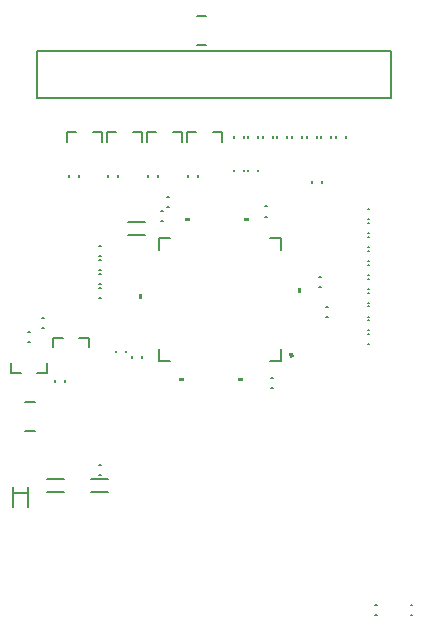
<source format=gto>
G04*
G04 #@! TF.GenerationSoftware,Altium Limited,Altium Designer,19.0.5 (141)*
G04*
G04 Layer_Color=65535*
%FSLAX25Y25*%
%MOIN*%
G70*
G01*
G75*
%ADD10C,0.00984*%
%ADD11C,0.00750*%
%ADD12C,0.00500*%
%ADD13C,0.00600*%
%ADD14C,0.00787*%
G36*
X373885Y202968D02*
X375385D01*
Y201968D01*
X373885D01*
Y202968D01*
D02*
G37*
G36*
X361381Y229252D02*
X360381D01*
Y230752D01*
X361381D01*
Y229252D01*
D02*
G37*
G36*
X375854Y255068D02*
X377354D01*
Y256068D01*
X375854D01*
Y255068D01*
D02*
G37*
G36*
X393570Y202968D02*
X395070D01*
Y201968D01*
X393570D01*
Y202968D01*
D02*
G37*
G36*
X413481Y231221D02*
X414481D01*
Y232721D01*
X413481D01*
Y231221D01*
D02*
G37*
G36*
X395539Y255068D02*
X397039D01*
Y256068D01*
X395539D01*
Y255068D01*
D02*
G37*
D10*
X411502Y210936D02*
G03*
X411502Y210936I-253J-422D01*
G01*
D11*
X451005Y123927D02*
X451595D01*
X451005Y127273D02*
X451595D01*
X439205Y123927D02*
X439795D01*
X439205Y127273D02*
X439795D01*
X347149Y173873D02*
X347740D01*
X347149Y170527D02*
X347740D01*
X418127Y268005D02*
Y268595D01*
X421473Y268005D02*
Y268595D01*
X328164Y219495D02*
X328755D01*
X328164Y222841D02*
X328755D01*
X323514Y214795D02*
X324105D01*
X323514Y218141D02*
X324105D01*
X358099Y209459D02*
Y210049D01*
X361445Y209459D02*
Y210049D01*
X392055Y271723D02*
Y272313D01*
X395401Y271723D02*
Y272313D01*
X395383Y282923D02*
Y283513D01*
X392036Y282923D02*
Y283513D01*
X400237Y282923D02*
Y283513D01*
X396891Y282923D02*
Y283513D01*
X414819Y282923D02*
Y283513D01*
X411473Y282923D02*
Y283513D01*
X332396Y201510D02*
Y202100D01*
X335742Y201510D02*
Y202100D01*
X363551Y270010D02*
Y270600D01*
X366898Y270010D02*
Y270600D01*
X376836Y270010D02*
Y270600D01*
X380183Y270010D02*
Y270600D01*
X347064Y246741D02*
X347655D01*
X347064Y243395D02*
X347655D01*
X347064Y242158D02*
X347655D01*
X347064Y238811D02*
X347655D01*
X347064Y237575D02*
X347655D01*
X347064Y234228D02*
X347655D01*
X347064Y232991D02*
X347655D01*
X347064Y229645D02*
X347655D01*
X336981Y270010D02*
Y270600D01*
X340328Y270010D02*
Y270600D01*
X350266Y270010D02*
Y270600D01*
X353612Y270010D02*
Y270600D01*
X422905Y223042D02*
X423495D01*
X422905Y226388D02*
X423495D01*
X396891Y271723D02*
Y272313D01*
X400237Y271723D02*
Y272313D01*
X369840Y263160D02*
X370431D01*
X369840Y259813D02*
X370431D01*
X352936Y211427D02*
Y212018D01*
X356283Y211427D02*
Y212018D01*
X424528Y282923D02*
Y283513D01*
X421182Y282923D02*
Y283513D01*
X436714Y251161D02*
X437305D01*
X436714Y254508D02*
X437305D01*
X436714Y241895D02*
X437305D01*
X436714Y245241D02*
X437305D01*
X436714Y232628D02*
X437305D01*
X436714Y235975D02*
X437305D01*
X436714Y223361D02*
X437305D01*
X436714Y226708D02*
X437305D01*
X436714Y214095D02*
X437305D01*
X436714Y217441D02*
X437305D01*
X402462Y256695D02*
X403053D01*
X402462Y260041D02*
X403053D01*
X420614Y236581D02*
X421205D01*
X420614Y233235D02*
X421205D01*
X367872Y258441D02*
X368462D01*
X367872Y255095D02*
X368462D01*
X404431Y202741D02*
X405021D01*
X404431Y199395D02*
X405021D01*
X426036Y282923D02*
Y283513D01*
X429383Y282923D02*
Y283513D01*
X436714Y259141D02*
X437305D01*
X436714Y255795D02*
X437305D01*
X436714Y249874D02*
X437305D01*
X436714Y246528D02*
X437305D01*
X436714Y240608D02*
X437305D01*
X436714Y237261D02*
X437305D01*
X436714Y231341D02*
X437305D01*
X436714Y227995D02*
X437305D01*
X436714Y222075D02*
X437305D01*
X436714Y218728D02*
X437305D01*
X416327Y282923D02*
Y283513D01*
X419674Y282923D02*
Y283513D01*
X405110Y282923D02*
Y283513D01*
X401764Y282923D02*
Y283513D01*
X406618Y282923D02*
Y283513D01*
X409965Y282923D02*
Y283513D01*
D12*
X318350Y164684D02*
X323468D01*
X318350Y159853D02*
Y166546D01*
X323469Y159853D02*
Y166546D01*
D13*
X356846Y254857D02*
X362554D01*
X356846Y250527D02*
X362554D01*
X329746Y169065D02*
X335454D01*
X329746Y164735D02*
X335454D01*
X344443Y169065D02*
X350151D01*
X344443Y164735D02*
X350151D01*
X367031Y249418D02*
X370807D01*
X407831Y245642D02*
Y249418D01*
Y208618D02*
Y212394D01*
X367031Y208618D02*
X370807D01*
X367031Y245642D02*
Y249418D01*
X404054D02*
X407831D01*
X367031Y208618D02*
Y212394D01*
X404054Y208618D02*
X407831D01*
D14*
X379825Y323621D02*
X382975Y323621D01*
X379825Y313779D02*
X382975Y313779D01*
X322525Y185079D02*
X325675Y185079D01*
X322525Y194921D02*
X325675Y194921D01*
X317904Y204580D02*
X321054D01*
X317904D02*
Y207730D01*
X326565Y204580D02*
X329715D01*
Y207730D01*
X340565Y216251D02*
X343715D01*
Y213102D02*
Y216251D01*
X331904D02*
X335053D01*
X331904Y213102D02*
Y216251D01*
X371720Y284751D02*
X374870D01*
Y281602D02*
Y284751D01*
X363059D02*
X366209D01*
X363059Y281602D02*
Y284751D01*
X385005D02*
X388155D01*
Y281602D02*
Y284751D01*
X376344D02*
X379494D01*
X376344Y281602D02*
Y284751D01*
X345150D02*
X348300D01*
Y281602D02*
Y284751D01*
X336489D02*
X339638D01*
X336489Y281602D02*
Y284751D01*
X358435D02*
X361585D01*
Y281602D02*
Y284751D01*
X349774D02*
X352923D01*
X349774Y281602D02*
Y284751D01*
X326330Y296257D02*
Y312005D01*
X444440D01*
X326330Y296257D02*
X444440D01*
Y312005D01*
M02*

</source>
